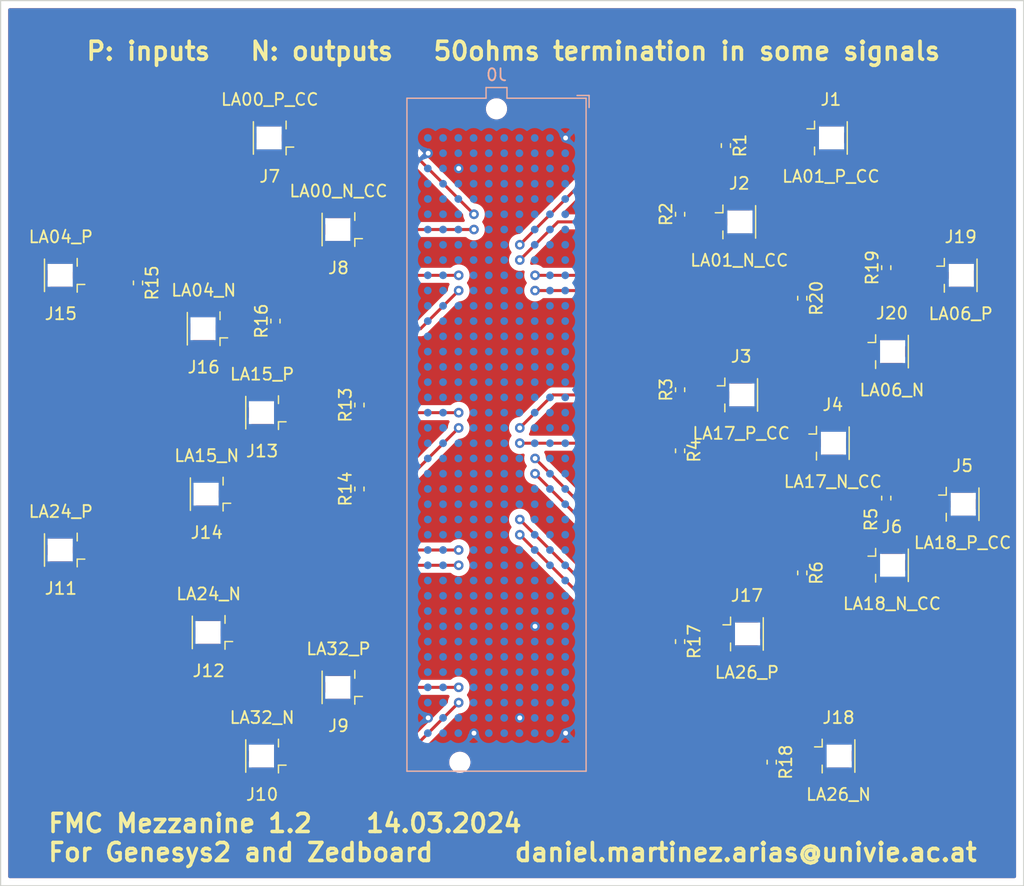
<source format=kicad_pcb>
(kicad_pcb (version 20221018) (generator pcbnew)
  (title_block (title "FMC_Mezzanine") (date "2024-03-14") (rev "1.2") (company "University of Vienna") (comment 1 "Daniel Martinez"))
  (layers (0 "F.Cu" signal) (31 "B.Cu" signal) (34 "B.Paste" user) (35 "F.Paste" user) (36 "B.SilkS" user "B.Silkscreen") (37 "F.SilkS" user "F.Silkscreen") (38 "B.Mask" user) (39 "F.Mask" user) (44 "Edge.Cuts" user))
  (net 0 "")
  (net 1 "GND")
  (net 89 "Net-(J0C-Pin_10)")
  (net 90 "Net-(J0C-Pin_11)")
  (net 101 "Net-(J0C-Pin_22)")
  (net 102 "Net-(J0C-Pin_23)")
  (net 125 "Net-(J0D-Pin_8)")
  (net 126 "Net-(J0D-Pin_9)")
  (net 137 "Net-(J0D-Pin_20)")
  (net 138 "Net-(J0D-Pin_21)")
  (net 143 "Net-(J0D-Pin_26)")
  (net 144 "Net-(J0D-Pin_27)")
  (net 242 "Net-(J0G-Pin_6)")
  (net 243 "Net-(J0G-Pin_7)")
  (net 284 "Net-(J0H-Pin_10)")
  (net 285 "Net-(J0H-Pin_11)")
  (net 293 "Net-(J0H-Pin_19)")
  (net 294 "Net-(J0H-Pin_20)")
  (net 302 "Net-(J0H-Pin_28)")
  (net 303 "Net-(J0H-Pin_29)")
  (net 311 "Net-(J0H-Pin_37)")
  (net 312 "Net-(J0H-Pin_38)")
  (footprint "Connector_Coaxial:U.FL_Hirose_U.FL-R-SMT-1_Vertical" (layer "F.Cu") (at 52.705 67.31 180)
    (fp_text reference "J7")
    (fp_text value "LA00_P_CC")
  )
  (footprint "Resistor_SMD:R_0402_1005Metric" (layer "F.Cu") (at 86.36 93.345 -90)
    (fp_text reference "R4")
    (fp_text value "50")
  )
  (footprint "Connector_Coaxial:U.FL_Hirose_U.FL-R-SMT-1_Vertical" (layer "F.Cu") (at 103.505 102.87)
    (fp_text reference "J6")
    (fp_text value "LA18_N_CC")
  )
  (footprint "Connector_Coaxial:U.FL_Hirose_U.FL-R-SMT-1_Vertical" (layer "F.Cu") (at 98.585 92.71)
    (fp_text reference "J4")
    (fp_text value "LA17_N_CC")
  )
  (footprint "Resistor_SMD:R_0402_1005Metric" (layer "F.Cu") (at 96.52 80.645 -90)
    (fp_text reference "R20")
    (fp_text value "50")
  )
  (footprint "Connector_Coaxial:U.FL_Hirose_U.FL-R-SMT-1_Vertical" (layer "F.Cu") (at 90.805 74.295)
    (fp_text reference "J2")
    (fp_text value "LA01_N_CC")
  )
  (footprint "Connector_Coaxial:U.FL_Hirose_U.FL-R-SMT-1_Vertical" (layer "F.Cu") (at 47.625 108.458 180)
    (fp_text reference "J12")
    (fp_text value "LA24_N")
  )
  (footprint "Resistor_SMD:R_0402_1005Metric" (layer "F.Cu") (at 90.17 67.945 -90)
    (fp_text reference "R1")
    (fp_text value "50")
  )
  (footprint "Connector_Coaxial:U.FL_Hirose_U.FL-R-SMT-1_Vertical" (layer "F.Cu") (at 35.33 78.74 180)
    (fp_text reference "J15")
    (fp_text value "LA04_P")
  )
  (footprint "Connector_Coaxial:U.FL_Hirose_U.FL-R-SMT-1_Vertical" (layer "F.Cu") (at 109.22 78.74)
    (fp_text reference "J19")
    (fp_text value "LA06_P")
  )
  (footprint "Connector_Coaxial:U.FL_Hirose_U.FL-R-SMT-1_Vertical" (layer "F.Cu") (at 35.33 101.6 180)
    (fp_text reference "J11")
    (fp_text value "LA24_P")
  )
  (footprint "Resistor_SMD:R_0402_1005Metric" (layer "F.Cu") (at 103.505 97.28 90)
    (fp_text reference "R5")
    (fp_text value "50")
  )
  (footprint "Connector_Coaxial:U.FL_Hirose_U.FL-R-SMT-1_Vertical" (layer "F.Cu") (at 109.38 97.79)
    (fp_text reference "J5")
    (fp_text value "LA18_P_CC")
  )
  (footprint "Resistor_SMD:R_0402_1005Metric" (layer "F.Cu") (at 59.69 96.52 90)
    (fp_text reference "R14")
    (fp_text value "50")
  )
  (footprint "Connector_Coaxial:U.FL_Hirose_U.FL-R-SMT-1_Vertical" (layer "F.Cu") (at 58.42 74.93 180)
    (fp_text reference "J8")
    (fp_text value "LA00_N_CC")
  )
  (footprint "Resistor_SMD:R_0402_1005Metric" (layer "F.Cu") (at 96.52 103.505 -90)
    (fp_text reference "R6")
    (fp_text value "50")
  )
  (footprint "Connector_Coaxial:U.FL_Hirose_U.FL-R-SMT-1_Vertical" (layer "F.Cu") (at 103.505 85.09)
    (fp_text reference "J20")
    (fp_text value "LA06_N")
  )
  (footprint "Resistor_SMD:R_0402_1005Metric" (layer "F.Cu") (at 41.275 79.375 -90)
    (fp_text reference "R15")
    (fp_text value "50")
  )
  (footprint "Connector_Coaxial:U.FL_Hirose_U.FL-R-SMT-1_Vertical" (layer "F.Cu") (at 91.44 108.585)
    (fp_text reference "J17")
    (fp_text value "LA26_P")
  )
  (footprint "Connector_Coaxial:U.FL_Hirose_U.FL-R-SMT-1_Vertical" (layer "F.Cu") (at 52.07 118.745 180)
    (fp_text reference "J10")
    (fp_text value "LA32_N")
  )
  (footprint "Connector_Coaxial:U.FL_Hirose_U.FL-R-SMT-1_Vertical" (layer "F.Cu") (at 90.965 88.695)
    (fp_text reference "J3")
    (fp_text value "LA17_P_CC")
  )
  (footprint "Connector_Coaxial:U.FL_Hirose_U.FL-R-SMT-1_Vertical" (layer "F.Cu") (at 58.42 113.03 180)
    (fp_text reference "J9")
    (fp_text value "LA32_P")
  )
  (footprint "Connector_Coaxial:U.FL_Hirose_U.FL-R-SMT-1_Vertical" (layer "F.Cu") (at 47.465 96.95 180)
    (fp_text reference "J14")
    (fp_text value "LA15_N")
  )
  (footprint "Resistor_SMD:R_0402_1005Metric" (layer "F.Cu") (at 86.36 109.22 -90)
    (fp_text reference "R17")
    (fp_text value "50")
  )
  (footprint "Connector_Coaxial:U.FL_Hirose_U.FL-R-SMT-1_Vertical" (layer "F.Cu") (at 99.06 118.745)
    (fp_text reference "J18")
    (fp_text value "LA26_N")
  )
  (footprint "Resistor_SMD:R_0402_1005Metric" (layer "F.Cu") (at 86.36 88.265 90)
    (fp_text reference "R3")
    (fp_text value "50")
  )
  (footprint "Connector_Coaxial:U.FL_Hirose_U.FL-R-SMT-1_Vertical" (layer "F.Cu") (at 52.07 90.17 180)
    (fp_text reference "J13")
    (fp_text value "LA15_P")
  )
  (footprint "Connector_Coaxial:U.FL_Hirose_U.FL-R-SMT-1_Vertical" (layer "F.Cu") (at 98.425 67.31)
    (fp_text reference "J1")
    (fp_text value "LA01_P_CC")
  )
  (footprint "Resistor_SMD:R_0402_1005Metric" (layer "F.Cu") (at 103.505 78.105 90)
    (fp_text reference "R19")
    (fp_text value "50")
  )
  (footprint "Resistor_SMD:R_0402_1005Metric" (layer "F.Cu") (at 93.98 119.255 -90)
    (fp_text reference "R18")
    (fp_text value "50")
  )
  (footprint "Resistor_SMD:R_0402_1005Metric" (layer "F.Cu") (at 86.36 73.66 90)
    (fp_text reference "R2")
    (fp_text value "50")
  )
  (footprint "Resistor_SMD:R_0402_1005Metric" (layer "F.Cu") (at 52.705 82.55 90)
    (fp_text reference "R16")
    (fp_text value "50")
  )
  (footprint "Connector_Coaxial:U.FL_Hirose_U.FL-R-SMT-1_Vertical" (layer "F.Cu") (at 47.21 83.185 180)
    (fp_text reference "J16")
    (fp_text value "LA04_N")
  )
  (footprint "Resistor_SMD:R_0402_1005Metric" (layer "F.Cu") (at 59.69 89.535 90)
    (fp_text reference "R13")
    (fp_text value "50")
  )
  (footprint "Connector_Samtec:Samtec_FMC_ASP-134602-01_10x40_P1.27mm_Vertical" (layer "B.Cu") (at 71.09 92.075 180)
    (fp_text reference "J0")
    (fp_text value "Samtec_ASP-134602-01")
  )
  (gr_rect (start 29.845 55.88) (end 114.935 129.54) (stroke (width 0.1)) (fill none) (layer "Edge.Cuts"))
  (gr_text "P: inputs   N: outputs   50ohms termination in some signals" (at 36.83 60.96) (layer "F.SilkS") (effects (font (size 1.5 1.5) (thickness 0.3) bold) (justify left bottom)))
  (gr_text "FMC Mezzanine 1.2    14.03.2024\nFor Genesys2 and Zedboard      daniel.martinez.arias@univie.ac.at" (at 33.655 127.635) (layer "F.SilkS") (effects (font (size 1.5 1.5) (thickness 0.3) bold) (justify left bottom)))
  (via (at 76.835 67.31) (size 0.8) (drill 0.4) (layers "F.Cu" "B.Cu") (net 1))
  (via (at 69.215 116.84) (size 0.8) (drill 0.4) (layers "F.Cu" "B.Cu") (net 1))
  (via (at 65.405 115.57) (size 0.8) (drill 0.4) (layers "F.Cu" "B.Cu") (net 1))
  (via (at 73.025 115.57) (size 0.8) (drill 0.4) (layers "F.Cu" "B.Cu") (net 1))
  (via (at 67.945 69.85) (size 0.8) (drill 0.4) (layers "F.Cu" "B.Cu") (net 1))
  (via (at 74.295 107.95) (size 0.8) (drill 0.4) (layers "F.Cu" "B.Cu") (net 1))
  (via (at 76.835 116.84) (size 0.8) (drill 0.4) (layers "F.Cu" "B.Cu") (net 1))
  (via (at 65.405 68.58) (size 0.8) (drill 0.4) (layers "F.Cu" "B.Cu") (net 1))
  (segment (start 74.295 78.74) (end 108.17 78.74) (width 0.25) (layer "F.Cu") (net 89))
  (via (at 74.295 78.74) (size 0.8) (drill 0.4) (layers "F.Cu" "B.Cu") (net 89))
  (segment (start 74.295 80.01) (end 97.375 80.01) (width 0.25) (layer "F.Cu") (net 90))
  (segment (start 97.375 80.01) (end 102.455 85.09) (width 0.25) (layer "F.Cu") (net 90))
  (via (at 74.295 80.01) (size 0.8) (drill 0.4) (layers "F.Cu" "B.Cu") (net 90))
  (segment (start 74.295 93.98) (end 78.105 97.79) (width 0.25) (layer "F.Cu") (net 101))
  (segment (start 78.105 97.79) (end 108.33 97.79) (width 0.25) (layer "F.Cu") (net 101))
  (via (at 74.295 93.98) (size 0.8) (drill 0.4) (layers "F.Cu" "B.Cu") (net 101))
  (segment (start 102.455 102.87) (end 81.915 102.87) (width 0.25) (layer "F.Cu") (net 102))
  (segment (start 81.915 102.87) (end 74.295 95.25) (width 0.25) (layer "F.Cu") (net 102))
  (via (at 74.295 95.25) (size 0.8) (drill 0.4) (layers "F.Cu" "B.Cu") (net 102))
  (segment (start 81.915 67.31) (end 97.375 67.31) (width 0.25) (layer "F.Cu") (net 125))
  (segment (start 73.025 76.2) (end 81.915 67.31) (width 0.25) (layer "F.Cu") (net 125))
  (via (at 73.025 76.2) (size 0.8) (drill 0.4) (layers "F.Cu" "B.Cu") (net 125))
  (segment (start 76.2 74.295) (end 73.025 77.47) (width 0.25) (layer "F.Cu") (net 126))
  (segment (start 89.755 74.295) (end 76.2 74.295) (width 0.25) (layer "F.Cu") (net 126))
  (via (at 73.025 77.47) (size 0.8) (drill 0.4) (layers "F.Cu" "B.Cu") (net 126))
  (segment (start 75.77 88.695) (end 89.915 88.695) (width 0.25) (layer "F.Cu") (net 137))
  (segment (start 73.025 91.44) (end 75.77 88.695) (width 0.25) (layer "F.Cu") (net 137))
  (via (at 73.025 91.44) (size 0.8) (drill 0.4) (layers "F.Cu" "B.Cu") (net 137))
  (segment (start 73.025 92.71) (end 73.15 92.835) (width 0.25) (layer "F.Cu") (net 138))
  (segment (start 73.025 92.71) (end 97.535 92.71) (width 0.25) (layer "F.Cu") (net 138))
  (via (at 73.025 92.71) (size 0.8) (drill 0.4) (layers "F.Cu" "B.Cu") (net 138))
  (segment (start 82.55 108.585) (end 90.39 108.585) (width 0.25) (layer "F.Cu") (net 143))
  (segment (start 73.025 99.06) (end 82.55 108.585) (width 0.25) (layer "F.Cu") (net 143))
  (via (at 73.025 99.06) (size 0.8) (drill 0.4) (layers "F.Cu" "B.Cu") (net 143))
  (segment (start 73.025 100.33) (end 91.44 118.745) (width 0.25) (layer "F.Cu") (net 144))
  (segment (start 91.44 118.745) (end 98.01 118.745) (width 0.25) (layer "F.Cu") (net 144))
  (via (at 73.025 100.33) (size 0.8) (drill 0.4) (layers "F.Cu" "B.Cu") (net 144))
  (segment (start 62.865 67.31) (end 53.755 67.31) (width 0.25) (layer "F.Cu") (net 242))
  (segment (start 69.215 73.66) (end 62.865 67.31) (width 0.25) (layer "F.Cu") (net 242))
  (via (at 69.215 73.66) (size 0.8) (drill 0.4) (layers "F.Cu" "B.Cu") (net 242))
  (segment (start 69.215 74.93) (end 59.47 74.93) (width 0.25) (layer "F.Cu") (net 243))
  (via (at 69.215 74.93) (size 0.8) (drill 0.4) (layers "F.Cu" "B.Cu") (net 243))
  (segment (start 67.945 78.74) (end 36.38 78.74) (width 0.25) (layer "F.Cu") (net 284))
  (via (at 67.945 78.74) (size 0.8) (drill 0.4) (layers "F.Cu" "B.Cu") (net 284))
  (segment (start 64.77 83.185) (end 48.26 83.185) (width 0.25) (layer "F.Cu") (net 285))
  (segment (start 67.945 80.01) (end 64.77 83.185) (width 0.25) (layer "F.Cu") (net 285))
  (via (at 67.945 80.01) (size 0.8) (drill 0.4) (layers "F.Cu" "B.Cu") (net 285))
  (segment (start 53.12 90.17) (end 67.945 90.17) (width 0.25) (layer "F.Cu") (net 293))
  (via (at 67.945 90.17) (size 0.8) (drill 0.4) (layers "F.Cu" "B.Cu") (net 293))
  (segment (start 62.435 96.95) (end 48.515 96.95) (width 0.25) (layer "F.Cu") (net 294))
  (segment (start 67.945 91.44) (end 62.435 96.95) (width 0.25) (layer "F.Cu") (net 294))
  (via (at 67.945 91.44) (size 0.8) (drill 0.4) (layers "F.Cu" "B.Cu") (net 294))
  (segment (start 36.38 101.6) (end 67.945 101.6) (width 0.25) (layer "F.Cu") (net 302))
  (via (at 67.945 101.6) (size 0.8) (drill 0.4) (layers "F.Cu" "B.Cu") (net 302))
  (segment (start 54.263 102.87) (end 48.675 108.458) (width 0.25) (layer "F.Cu") (net 303))
  (segment (start 67.945 102.87) (end 54.263 102.87) (width 0.25) (layer "F.Cu") (net 303))
  (via (at 67.945 102.87) (size 0.8) (drill 0.4) (layers "F.Cu" "B.Cu") (net 303))
  (segment (start 59.47 113.03) (end 67.945 113.03) (width 0.25) (layer "F.Cu") (net 311))
  (via (at 67.945 113.03) (size 0.8) (drill 0.4) (layers "F.Cu" "B.Cu") (net 311))
  (segment (start 53.12 118.745) (end 63.5 118.745) (width 0.25) (layer "F.Cu") (net 312))
  (segment (start 63.5 118.745) (end 67.945 114.3) (width 0.25) (layer "F.Cu") (net 312))
  (via (at 67.945 114.3) (size 0.8) (drill 0.4) (layers "F.Cu" "B.Cu") (net 312))
  (zone (net 1) (net_name "GND") (layers "F&B.Cu") (connect_pads (clearance 0.5)) (min_thickness 0.25) (fill yes (thermal_gap 0.5) (thermal_bridge_width 0.5))
    (polygon (pts (xy 114.3 56.515) (xy 114.3 128.905) (xy 30.48 128.905) (xy 30.48 56.515)))
  )
)
</source>
